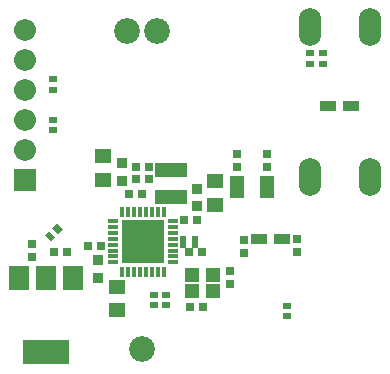
<source format=gbr>
G04 #@! TF.FileFunction,Soldermask,Top*
%FSLAX46Y46*%
G04 Gerber Fmt 4.6, Leading zero omitted, Abs format (unit mm)*
G04 Created by KiCad (PCBNEW 4.0.5) date 05/26/17 17:56:53*
%MOMM*%
%LPD*%
G01*
G04 APERTURE LIST*
%ADD10C,0.100000*%
%ADD11R,0.965200X0.406400*%
%ADD12R,0.406400X0.965200*%
%ADD13R,1.877400X1.877400*%
%ADD14C,2.184400*%
%ADD15R,3.952400X2.152400*%
%ADD16R,1.652400X2.152400*%
%ADD17R,1.352400X0.902400*%
%ADD18R,1.302400X1.152400*%
%ADD19R,0.652400X0.752400*%
%ADD20R,0.752400X0.652400*%
%ADD21R,1.152400X1.952400*%
%ADD22R,0.533400X0.533400*%
%ADD23R,2.692400X1.173480*%
%ADD24R,0.752400X0.552400*%
%ADD25R,1.402400X1.152400*%
%ADD26R,0.902400X0.952400*%
%ADD27R,1.852400X1.852400*%
%ADD28O,1.852400X1.852400*%
%ADD29O,1.879600X3.200400*%
G04 APERTURE END LIST*
D10*
D11*
X9781540Y15466000D03*
X9781540Y14966000D03*
X9781540Y14466000D03*
X9781540Y13966000D03*
X9781540Y13466000D03*
X9781540Y12966000D03*
X9781540Y12466000D03*
X9781540Y11966000D03*
D12*
X10571540Y11176000D03*
X11071540Y11176000D03*
X11571540Y11176000D03*
X12071540Y11176000D03*
X12571540Y11176000D03*
X13071540Y11176000D03*
X13571540Y11176000D03*
X14071540Y11176000D03*
D11*
X14861540Y11966000D03*
X14861540Y12466000D03*
X14861540Y12966000D03*
X14861540Y13466000D03*
X14861540Y13966000D03*
X14861540Y14466000D03*
X14861540Y14966000D03*
X14861540Y15466000D03*
D12*
X14071540Y16256000D03*
X13571540Y16256000D03*
X13071540Y16256000D03*
X12571540Y16256000D03*
X12071540Y16256000D03*
X11571540Y16256000D03*
X11051540Y16256000D03*
X10571540Y16256000D03*
D13*
X13184040Y12853500D03*
X13184040Y14578500D03*
X11459040Y12853500D03*
X11459040Y14578500D03*
D14*
X13464540Y31521400D03*
X10924540Y31521400D03*
X12194540Y4597400D03*
D15*
X4117340Y4343000D03*
D16*
X4117340Y10643000D03*
X1817340Y10643000D03*
X6417340Y10643000D03*
D17*
X29908540Y25196800D03*
X28008540Y25196800D03*
D18*
X16501140Y9510800D03*
X18251140Y9510800D03*
X18251140Y10910800D03*
X16501140Y10910800D03*
D19*
X22786340Y21149400D03*
X22786340Y20049400D03*
X19662140Y10118000D03*
X19662140Y11218000D03*
D20*
X17418140Y8178800D03*
X16318140Y8178800D03*
D21*
X20291740Y18313400D03*
X22791740Y18313400D03*
D22*
X15699740Y13957300D03*
X15699740Y13474700D03*
X16715740Y13957300D03*
X16715740Y13474700D03*
D19*
X20246340Y21149400D03*
X20246340Y20049400D03*
D23*
X14721840Y19763740D03*
X14721840Y17472660D03*
D24*
X27536140Y29672700D03*
X27536140Y28772700D03*
D25*
X8917940Y18977100D03*
X8917940Y20977100D03*
D26*
X10505440Y18871500D03*
X10505440Y20371500D03*
D20*
X12236540Y17767300D03*
X11136540Y17767300D03*
X16216540Y12801600D03*
X17316540Y12801600D03*
D25*
X18430240Y18830800D03*
X18430240Y16830800D03*
D26*
X16842740Y18212500D03*
X16842740Y16712500D03*
D20*
X16910140Y15582900D03*
X15810140Y15582900D03*
X12808040Y20015200D03*
X11708040Y20015200D03*
X11708040Y19062700D03*
X12808040Y19062700D03*
D19*
X20855940Y13885000D03*
X20855940Y12785000D03*
X25377140Y13948500D03*
X25377140Y12848500D03*
X2923540Y13516700D03*
X2923540Y12416700D03*
D20*
X5899240Y12814300D03*
X4799240Y12814300D03*
D25*
X10073640Y7902700D03*
X10073640Y9902700D03*
D26*
X8511540Y10629200D03*
X8511540Y12129200D03*
D20*
X7656740Y13309600D03*
X8756740Y13309600D03*
D27*
X2313940Y18948400D03*
D28*
X2313940Y21488400D03*
X2313940Y24028400D03*
X2313940Y26568400D03*
X2313940Y29108400D03*
X2313940Y31648400D03*
D29*
X31549340Y31851600D03*
X26469340Y31851600D03*
X31549340Y19151600D03*
X26469340Y19151600D03*
D24*
X24475440Y7385900D03*
X24475440Y8285900D03*
X26469340Y29672700D03*
X26469340Y28772700D03*
D17*
X22166540Y13931900D03*
X24066540Y13931900D03*
D24*
X4663440Y24033900D03*
X4663440Y23133900D03*
X4726940Y27450200D03*
X4726940Y26550200D03*
D10*
G36*
X4504853Y13711186D02*
X3972826Y14243213D01*
X4363431Y14633818D01*
X4895458Y14101791D01*
X4504853Y13711186D01*
X4504853Y13711186D01*
G37*
G36*
X5141249Y14347582D02*
X4609222Y14879609D01*
X4999827Y15270214D01*
X5531854Y14738187D01*
X5141249Y14347582D01*
X5141249Y14347582D01*
G37*
D24*
X13210540Y9213000D03*
X13210540Y8313000D03*
X14290040Y9213000D03*
X14290040Y8313000D03*
M02*

</source>
